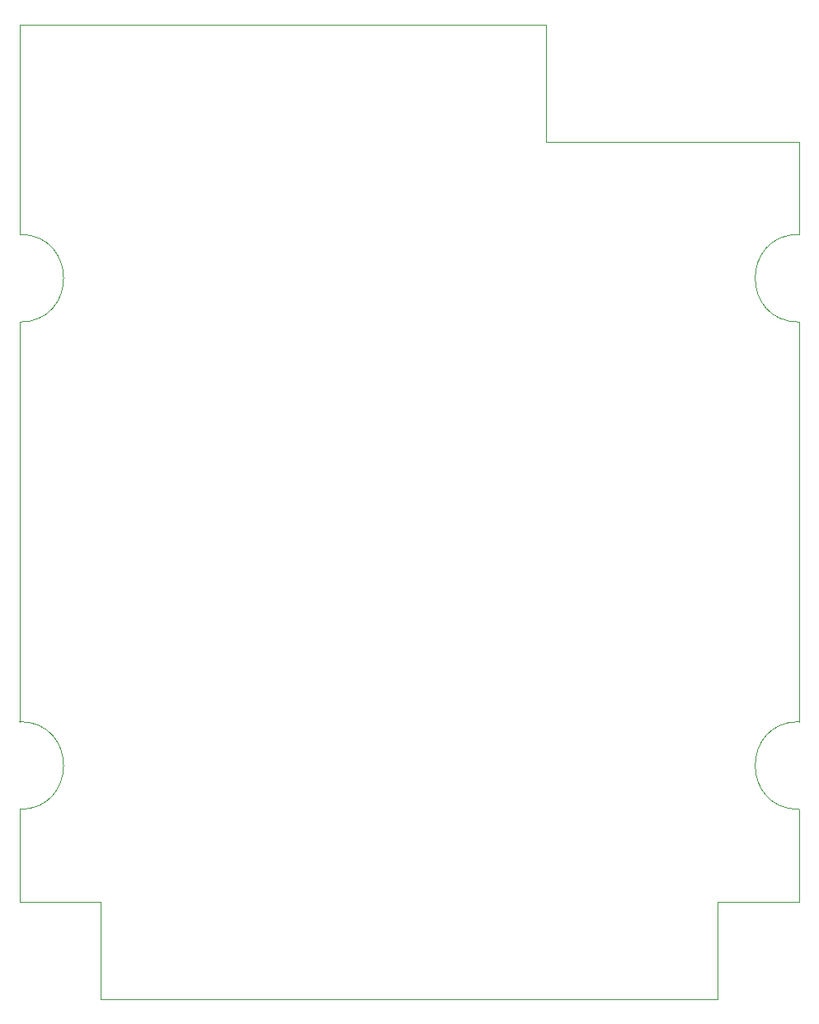
<source format=gbr>
G04 #@! TF.GenerationSoftware,KiCad,Pcbnew,7.0.10*
G04 #@! TF.CreationDate,2024-04-03T18:47:56+02:00*
G04 #@! TF.ProjectId,p2000t-multicartridge,70323030-3074-42d6-9d75-6c7469636172,rev?*
G04 #@! TF.SameCoordinates,Original*
G04 #@! TF.FileFunction,Profile,NP*
%FSLAX46Y46*%
G04 Gerber Fmt 4.6, Leading zero omitted, Abs format (unit mm)*
G04 Created by KiCad (PCBNEW 7.0.10) date 2024-04-03 18:47:56*
%MOMM*%
%LPD*%
G01*
G04 APERTURE LIST*
G04 #@! TA.AperFunction,Profile*
%ADD10C,0.050000*%
G04 #@! TD*
G04 APERTURE END LIST*
D10*
X43147000Y-63645000D02*
X43147000Y-59145000D01*
X43147000Y-109145000D02*
X43147000Y-113645000D01*
X43147000Y-124645000D02*
G75*
G03*
X43147000Y-115645000I0J4500000D01*
G01*
X43147000Y-114145000D02*
X43147000Y-113645000D01*
X43147000Y-127145000D02*
X43147000Y-124645000D01*
X43147000Y-115645000D02*
X43147000Y-114145000D01*
X43147000Y-74645000D02*
G75*
G03*
X43147000Y-65645000I0J4500000D01*
G01*
X123147000Y-127145000D02*
X123147000Y-124645000D01*
X43147000Y-109145000D02*
X43147000Y-74645000D01*
X43147000Y-65645000D02*
X43147000Y-63645000D01*
X123147000Y-134145000D02*
X123147000Y-127145000D01*
X43147000Y-44145000D02*
X43147000Y-59145000D01*
X43147000Y-134145000D02*
X43147000Y-127145000D01*
X97147000Y-44145000D02*
X83147000Y-44145000D01*
X123147000Y-74745000D02*
X123147000Y-74645000D01*
X123147000Y-115645000D02*
X123147000Y-110045000D01*
X123147000Y-100457000D02*
X123147001Y-94845000D01*
X123147001Y-83445001D02*
X123147000Y-77845000D01*
X123147000Y-63445000D02*
X123147000Y-57845000D01*
X114808000Y-134145000D02*
X115147000Y-134145000D01*
X114808000Y-144145000D02*
X51435000Y-144145000D01*
X51147000Y-134145000D02*
X51435000Y-134145000D01*
X123147000Y-65645000D02*
G75*
G03*
X123147000Y-74645000I0J-4500000D01*
G01*
X51435000Y-144145000D02*
X51435000Y-134145000D01*
X123147000Y-65645000D02*
X123147000Y-63445000D01*
X123147000Y-56145000D02*
X97147000Y-56145000D01*
X123147000Y-74745000D02*
X123147000Y-77845000D01*
X51147000Y-134145000D02*
X43147000Y-134145000D01*
X83147000Y-44145000D02*
X43147000Y-44145000D01*
X97147000Y-56145000D02*
X97147000Y-44145000D01*
X123147000Y-110045000D02*
X123147000Y-100457000D01*
X114808000Y-144145000D02*
X114808000Y-134145000D01*
X123147001Y-83445001D02*
X123147001Y-94845000D01*
X123147000Y-115645000D02*
G75*
G03*
X123147000Y-124645000I0J-4500000D01*
G01*
X123147000Y-56145000D02*
X123147000Y-57845000D01*
X115147000Y-134145000D02*
X123147000Y-134145000D01*
M02*

</source>
